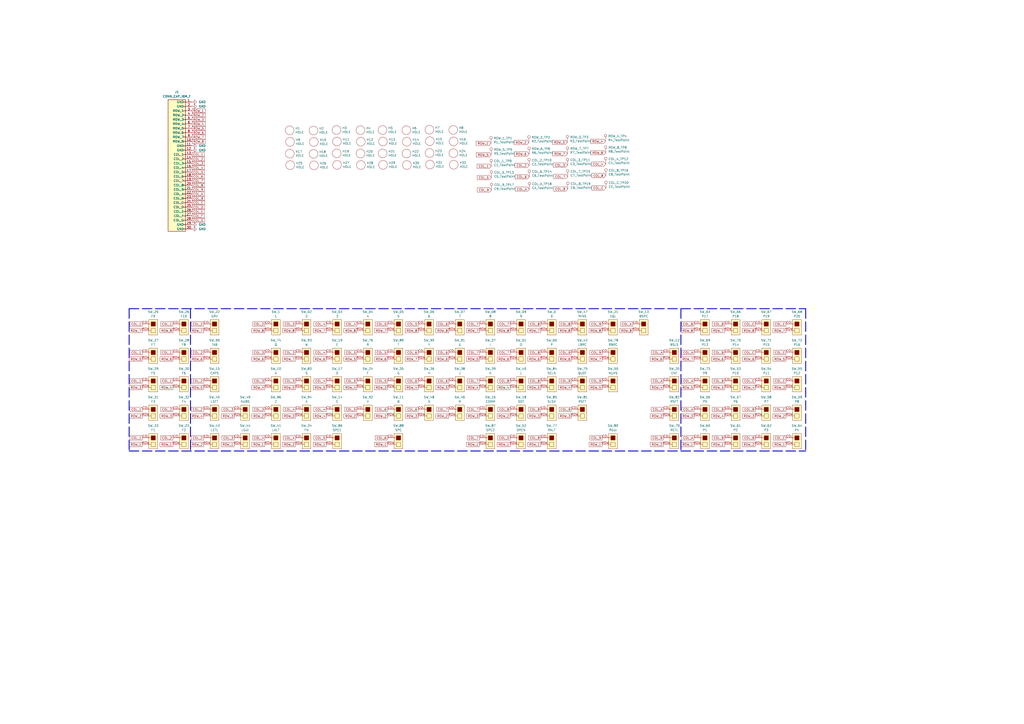
<source format=kicad_sch>
(kicad_sch (version 20210621) (generator eeschema)
  (paper "A2")
  (polyline (pts (xy 74.93 179.07) (xy 74.93 261.62)) (stroke (width 0.508) (type dash)))
  (polyline (pts (xy 74.93 179.07) (xy 467.36 179.07)) (stroke (width 0.508) (type dash)))
  (polyline (pts (xy 74.93 261.62) (xy 467.36 261.62)) (stroke (width 0.508) (type dash)))
  (polyline (pts (xy 110.49 179.07) (xy 110.49 261.62)) (stroke (width 0.508) (type dash)))
  (polyline (pts (xy 394.97 179.07) (xy 394.97 261.62)) (stroke (width 0.508) (type dash)))
  (polyline (pts (xy 467.36 179.07) (xy 467.36 261.62)) (stroke (width 0.508) (type dash)))
  (global_label "COL_1" (shape passive) (at 82.55 187.96 180) (property "Intersheet References" "${INTERSHEET_REFS}" (effects hide)))
  (global_label "ROW_7" (shape passive) (at 82.55 191.77 180) (property "Intersheet References" "${INTERSHEET_REFS}" (effects hide)))
  (global_label "COL_1" (shape passive) (at 82.55 204.47 180) (property "Intersheet References" "${INTERSHEET_REFS}" (effects hide)))
  (global_label "ROW_5" (shape passive) (at 82.55 208.28 180) (property "Intersheet References" "${INTERSHEET_REFS}" (effects hide)))
  (global_label "COL_1" (shape passive) (at 82.55 220.98 180) (property "Intersheet References" "${INTERSHEET_REFS}" (effects hide)))
  (global_label "ROW_3" (shape passive) (at 82.55 224.79 180) (property "Intersheet References" "${INTERSHEET_REFS}" (effects hide)))
  (global_label "COL_1" (shape passive) (at 82.55 237.49 180) (property "Intersheet References" "${INTERSHEET_REFS}" (effects hide)))
  (global_label "ROW_2" (shape passive) (at 82.55 241.3 180) (property "Intersheet References" "${INTERSHEET_REFS}" (effects hide)))
  (global_label "COL_1" (shape passive) (at 82.55 254 180) (property "Intersheet References" "${INTERSHEET_REFS}" (effects hide)))
  (global_label "ROW_1" (shape passive) (at 82.55 257.81 180) (property "Intersheet References" "${INTERSHEET_REFS}" (effects hide)))
  (global_label "COL_1" (shape passive) (at 100.33 187.96 180) (property "Intersheet References" "${INTERSHEET_REFS}" (effects hide)))
  (global_label "ROW_8" (shape passive) (at 100.33 191.77 180) (property "Intersheet References" "${INTERSHEET_REFS}" (effects hide)))
  (global_label "COL_1" (shape passive) (at 100.33 204.47 180) (property "Intersheet References" "${INTERSHEET_REFS}" (effects hide)))
  (global_label "ROW_6" (shape passive) (at 100.33 208.28 180) (property "Intersheet References" "${INTERSHEET_REFS}" (effects hide)))
  (global_label "COL_1" (shape passive) (at 100.33 220.98 180) (property "Intersheet References" "${INTERSHEET_REFS}" (effects hide)))
  (global_label "ROW_4" (shape passive) (at 100.33 224.79 180) (property "Intersheet References" "${INTERSHEET_REFS}" (effects hide)))
  (global_label "COL_2" (shape passive) (at 100.33 237.49 180) (property "Intersheet References" "${INTERSHEET_REFS}" (effects hide)))
  (global_label "ROW_3" (shape passive) (at 100.33 241.3 180) (property "Intersheet References" "${INTERSHEET_REFS}" (effects hide)))
  (global_label "COL_2" (shape passive) (at 100.33 254 180) (property "Intersheet References" "${INTERSHEET_REFS}" (effects hide)))
  (global_label "ROW_1" (shape passive) (at 100.33 257.81 180) (property "Intersheet References" "${INTERSHEET_REFS}" (effects hide)))
  (global_label "ROW_1" (shape passive) (at 111.4552 64.262 0) (property "Intersheet References" "${INTERSHEET_REFS}" (effects hide)))
  (global_label "ROW_2" (shape passive) (at 111.4552 66.802 0) (property "Intersheet References" "${INTERSHEET_REFS}" (effects hide)))
  (global_label "ROW_3" (shape passive) (at 111.4552 69.342 0) (property "Intersheet References" "${INTERSHEET_REFS}" (effects hide)))
  (global_label "ROW_4" (shape passive) (at 111.4552 71.882 0) (property "Intersheet References" "${INTERSHEET_REFS}" (effects hide)))
  (global_label "ROW_5" (shape passive) (at 111.4552 74.422 0) (property "Intersheet References" "${INTERSHEET_REFS}" (effects hide)))
  (global_label "ROW_6" (shape passive) (at 111.4552 76.962 0) (property "Intersheet References" "${INTERSHEET_REFS}" (effects hide)))
  (global_label "ROW_7" (shape passive) (at 111.4552 79.502 0) (property "Intersheet References" "${INTERSHEET_REFS}" (effects hide)))
  (global_label "ROW_8" (shape passive) (at 111.4552 82.042 0) (property "Intersheet References" "${INTERSHEET_REFS}" (effects hide)))
  (global_label "COL_1" (shape passive) (at 111.4552 89.662 0) (property "Intersheet References" "${INTERSHEET_REFS}" (effects hide)))
  (global_label "COL_2" (shape passive) (at 111.4552 92.202 0) (property "Intersheet References" "${INTERSHEET_REFS}" (effects hide)))
  (global_label "COL_3" (shape passive) (at 111.4552 94.742 0) (property "Intersheet References" "${INTERSHEET_REFS}" (effects hide)))
  (global_label "COL_4" (shape passive) (at 111.4552 97.282 0) (property "Intersheet References" "${INTERSHEET_REFS}" (effects hide)))
  (global_label "COL_5" (shape passive) (at 111.4552 99.822 0) (property "Intersheet References" "${INTERSHEET_REFS}" (effects hide)))
  (global_label "COL_6" (shape passive) (at 111.4552 102.362 0) (property "Intersheet References" "${INTERSHEET_REFS}" (effects hide)))
  (global_label "COL_7" (shape passive) (at 111.4552 104.902 0) (property "Intersheet References" "${INTERSHEET_REFS}" (effects hide)))
  (global_label "COL_8" (shape passive) (at 111.4552 107.442 0) (property "Intersheet References" "${INTERSHEET_REFS}" (effects hide)))
  (global_label "COL_9" (shape passive) (at 111.4552 109.982 0) (property "Intersheet References" "${INTERSHEET_REFS}" (effects hide)))
  (global_label "COL_A" (shape passive) (at 111.4552 112.522 0) (property "Intersheet References" "${INTERSHEET_REFS}" (effects hide)))
  (global_label "COL_B" (shape passive) (at 111.4552 115.062 0) (property "Intersheet References" "${INTERSHEET_REFS}" (effects hide)))
  (global_label "COL_C" (shape passive) (at 111.4552 117.602 0) (property "Intersheet References" "${INTERSHEET_REFS}" (effects hide)))
  (global_label "COL_D" (shape passive) (at 111.4552 120.142 0) (property "Intersheet References" "${INTERSHEET_REFS}" (effects hide)))
  (global_label "COL_E" (shape passive) (at 111.4552 122.682 0) (property "Intersheet References" "${INTERSHEET_REFS}" (effects hide)))
  (global_label "COL_F" (shape passive) (at 111.4552 125.222 0) (property "Intersheet References" "${INTERSHEET_REFS}" (effects hide)))
  (global_label "COL_G" (shape passive) (at 111.4552 127.762 0) (property "Intersheet References" "${INTERSHEET_REFS}" (effects hide)))
  (global_label "COL_2" (shape passive) (at 118.11 187.96 180) (property "Intersheet References" "${INTERSHEET_REFS}" (effects hide)))
  (global_label "ROW_7" (shape passive) (at 118.11 191.77 180) (property "Intersheet References" "${INTERSHEET_REFS}" (effects hide)))
  (global_label "COL_2" (shape passive) (at 118.11 204.47 180) (property "Intersheet References" "${INTERSHEET_REFS}" (effects hide)))
  (global_label "ROW_6" (shape passive) (at 118.11 208.28 180) (property "Intersheet References" "${INTERSHEET_REFS}" (effects hide)))
  (global_label "COL_2" (shape passive) (at 118.11 220.98 180) (property "Intersheet References" "${INTERSHEET_REFS}" (effects hide)))
  (global_label "ROW_5" (shape passive) (at 118.11 224.79 180) (property "Intersheet References" "${INTERSHEET_REFS}" (effects hide)))
  (global_label "COL_2" (shape passive) (at 118.11 237.49 180) (property "Intersheet References" "${INTERSHEET_REFS}" (effects hide)))
  (global_label "ROW_4" (shape passive) (at 118.11 241.3 180) (property "Intersheet References" "${INTERSHEET_REFS}" (effects hide)))
  (global_label "COL_2" (shape passive) (at 118.11 254 180) (property "Intersheet References" "${INTERSHEET_REFS}" (effects hide)))
  (global_label "ROW_2" (shape passive) (at 118.11 257.81 180) (property "Intersheet References" "${INTERSHEET_REFS}" (effects hide)))
  (global_label "COL_3" (shape passive) (at 135.89 237.49 180) (property "Intersheet References" "${INTERSHEET_REFS}" (effects hide)))
  (global_label "ROW_3" (shape passive) (at 135.89 241.3 180) (property "Intersheet References" "${INTERSHEET_REFS}" (effects hide)))
  (global_label "COL_3" (shape passive) (at 135.89 254 180) (property "Intersheet References" "${INTERSHEET_REFS}" (effects hide)))
  (global_label "ROW_1" (shape passive) (at 135.89 257.81 180) (property "Intersheet References" "${INTERSHEET_REFS}" (effects hide)))
  (global_label "COL_2" (shape passive) (at 153.67 187.96 180) (property "Intersheet References" "${INTERSHEET_REFS}" (effects hide)))
  (global_label "ROW_8" (shape passive) (at 153.67 191.77 180) (property "Intersheet References" "${INTERSHEET_REFS}" (effects hide)))
  (global_label "COL_3" (shape passive) (at 153.67 204.47 180) (property "Intersheet References" "${INTERSHEET_REFS}" (effects hide)))
  (global_label "ROW_6" (shape passive) (at 153.67 208.28 180) (property "Intersheet References" "${INTERSHEET_REFS}" (effects hide)))
  (global_label "COL_3" (shape passive) (at 153.67 220.98 180) (property "Intersheet References" "${INTERSHEET_REFS}" (effects hide)))
  (global_label "ROW_4" (shape passive) (at 153.67 224.79 180) (property "Intersheet References" "${INTERSHEET_REFS}" (effects hide)))
  (global_label "COL_3" (shape passive) (at 153.67 237.49 180) (property "Intersheet References" "${INTERSHEET_REFS}" (effects hide)))
  (global_label "ROW_2" (shape passive) (at 153.67 241.3 180) (property "Intersheet References" "${INTERSHEET_REFS}" (effects hide)))
  (global_label "COL_4" (shape passive) (at 153.67 254 180) (property "Intersheet References" "${INTERSHEET_REFS}" (effects hide)))
  (global_label "ROW_1" (shape passive) (at 153.67 257.81 180) (property "Intersheet References" "${INTERSHEET_REFS}" (effects hide)))
  (global_label "COL_3" (shape passive) (at 171.45 187.96 180) (property "Intersheet References" "${INTERSHEET_REFS}" (effects hide)))
  (global_label "ROW_8" (shape passive) (at 171.45 191.77 180) (property "Intersheet References" "${INTERSHEET_REFS}" (effects hide)))
  (global_label "COL_3" (shape passive) (at 171.45 204.47 180) (property "Intersheet References" "${INTERSHEET_REFS}" (effects hide)))
  (global_label "ROW_7" (shape passive) (at 171.45 208.28 180) (property "Intersheet References" "${INTERSHEET_REFS}" (effects hide)))
  (global_label "COL_3" (shape passive) (at 171.45 220.98 180) (property "Intersheet References" "${INTERSHEET_REFS}" (effects hide)))
  (global_label "ROW_5" (shape passive) (at 171.45 224.79 180) (property "Intersheet References" "${INTERSHEET_REFS}" (effects hide)))
  (global_label "COL_4" (shape passive) (at 171.45 237.49 180) (property "Intersheet References" "${INTERSHEET_REFS}" (effects hide)))
  (global_label "ROW_3" (shape passive) (at 171.45 241.3 180) (property "Intersheet References" "${INTERSHEET_REFS}" (effects hide)))
  (global_label "COL_4" (shape passive) (at 171.45 254 180) (property "Intersheet References" "${INTERSHEET_REFS}" (effects hide)))
  (global_label "ROW_2" (shape passive) (at 171.45 257.81 180) (property "Intersheet References" "${INTERSHEET_REFS}" (effects hide)))
  (global_label "COL_4" (shape passive) (at 189.23 187.96 180) (property "Intersheet References" "${INTERSHEET_REFS}" (effects hide)))
  (global_label "ROW_7" (shape passive) (at 189.23 191.77 180) (property "Intersheet References" "${INTERSHEET_REFS}" (effects hide)))
  (global_label "COL_4" (shape passive) (at 189.23 204.47 180) (property "Intersheet References" "${INTERSHEET_REFS}" (effects hide)))
  (global_label "ROW_6" (shape passive) (at 189.23 208.28 180) (property "Intersheet References" "${INTERSHEET_REFS}" (effects hide)))
  (global_label "COL_4" (shape passive) (at 189.23 220.98 180) (property "Intersheet References" "${INTERSHEET_REFS}" (effects hide)))
  (global_label "ROW_5" (shape passive) (at 189.23 224.79 180) (property "Intersheet References" "${INTERSHEET_REFS}" (effects hide)))
  (global_label "COL_4" (shape passive) (at 189.23 237.49 180) (property "Intersheet References" "${INTERSHEET_REFS}" (effects hide)))
  (global_label "ROW_4" (shape passive) (at 189.23 241.3 180) (property "Intersheet References" "${INTERSHEET_REFS}" (effects hide)))
  (global_label "COL_5" (shape passive) (at 189.23 254 180) (property "Intersheet References" "${INTERSHEET_REFS}" (effects hide)))
  (global_label "ROW_1" (shape passive) (at 189.23 257.81 180) (property "Intersheet References" "${INTERSHEET_REFS}" (effects hide)))
  (global_label "COL_4" (shape passive) (at 207.01 187.96 180) (property "Intersheet References" "${INTERSHEET_REFS}" (effects hide)))
  (global_label "ROW_8" (shape passive) (at 207.01 191.77 180) (property "Intersheet References" "${INTERSHEET_REFS}" (effects hide)))
  (global_label "COL_5" (shape passive) (at 207.01 204.47 180) (property "Intersheet References" "${INTERSHEET_REFS}" (effects hide)))
  (global_label "ROW_5" (shape passive) (at 207.01 208.28 180) (property "Intersheet References" "${INTERSHEET_REFS}" (effects hide)))
  (global_label "COL_5" (shape passive) (at 207.01 220.98 180) (property "Intersheet References" "${INTERSHEET_REFS}" (effects hide)))
  (global_label "ROW_4" (shape passive) (at 207.01 224.79 180) (property "Intersheet References" "${INTERSHEET_REFS}" (effects hide)))
  (global_label "COL_5" (shape passive) (at 207.01 237.49 180) (property "Intersheet References" "${INTERSHEET_REFS}" (effects hide)))
  (global_label "ROW_2" (shape passive) (at 207.01 241.3 180) (property "Intersheet References" "${INTERSHEET_REFS}" (effects hide)))
  (global_label "COL_5" (shape passive) (at 224.79 187.96 180) (property "Intersheet References" "${INTERSHEET_REFS}" (effects hide)))
  (global_label "ROW_7" (shape passive) (at 224.79 191.77 180) (property "Intersheet References" "${INTERSHEET_REFS}" (effects hide)))
  (global_label "COL_5" (shape passive) (at 224.79 204.47 180) (property "Intersheet References" "${INTERSHEET_REFS}" (effects hide)))
  (global_label "ROW_6" (shape passive) (at 224.79 208.28 180) (property "Intersheet References" "${INTERSHEET_REFS}" (effects hide)))
  (global_label "COL_5" (shape passive) (at 224.79 220.98 180) (property "Intersheet References" "${INTERSHEET_REFS}" (effects hide)))
  (global_label "ROW_3" (shape passive) (at 224.79 224.79 180) (property "Intersheet References" "${INTERSHEET_REFS}" (effects hide)))
  (global_label "COL_6" (shape passive) (at 224.79 237.49 180) (property "Intersheet References" "${INTERSHEET_REFS}" (effects hide)))
  (global_label "ROW_2" (shape passive) (at 224.79 241.3 180) (property "Intersheet References" "${INTERSHEET_REFS}" (effects hide)))
  (global_label "COL_6" (shape passive) (at 224.79 254 180) (property "Intersheet References" "${INTERSHEET_REFS}" (effects hide)))
  (global_label "ROW_1" (shape passive) (at 224.79 257.81 180) (property "Intersheet References" "${INTERSHEET_REFS}" (effects hide)))
  (global_label "COL_5" (shape passive) (at 242.57 187.96 180) (property "Intersheet References" "${INTERSHEET_REFS}" (effects hide)))
  (global_label "ROW_8" (shape passive) (at 242.57 191.77 180) (property "Intersheet References" "${INTERSHEET_REFS}" (effects hide)))
  (global_label "COL_6" (shape passive) (at 242.57 204.47 180) (property "Intersheet References" "${INTERSHEET_REFS}" (effects hide)))
  (global_label "ROW_7" (shape passive) (at 242.57 208.28 180) (property "Intersheet References" "${INTERSHEET_REFS}" (effects hide)))
  (global_label "COL_6" (shape passive) (at 242.57 220.98 180) (property "Intersheet References" "${INTERSHEET_REFS}" (effects hide)))
  (global_label "ROW_4" (shape passive) (at 242.57 224.79 180) (property "Intersheet References" "${INTERSHEET_REFS}" (effects hide)))
  (global_label "COL_6" (shape passive) (at 242.57 237.49 180) (property "Intersheet References" "${INTERSHEET_REFS}" (effects hide)))
  (global_label "ROW_3" (shape passive) (at 242.57 241.3 180) (property "Intersheet References" "${INTERSHEET_REFS}" (effects hide)))
  (global_label "COL_6" (shape passive) (at 260.35 187.96 180) (property "Intersheet References" "${INTERSHEET_REFS}" (effects hide)))
  (global_label "ROW_8" (shape passive) (at 260.35 191.77 180) (property "Intersheet References" "${INTERSHEET_REFS}" (effects hide)))
  (global_label "COL_6" (shape passive) (at 260.35 204.47 180) (property "Intersheet References" "${INTERSHEET_REFS}" (effects hide)))
  (global_label "ROW_6" (shape passive) (at 260.35 208.28 180) (property "Intersheet References" "${INTERSHEET_REFS}" (effects hide)))
  (global_label "COL_6" (shape passive) (at 260.35 220.98 180) (property "Intersheet References" "${INTERSHEET_REFS}" (effects hide)))
  (global_label "ROW_5" (shape passive) (at 260.35 224.79 180) (property "Intersheet References" "${INTERSHEET_REFS}" (effects hide)))
  (global_label "COL_7" (shape passive) (at 260.35 237.49 180) (property "Intersheet References" "${INTERSHEET_REFS}" (effects hide)))
  (global_label "ROW_2" (shape passive) (at 260.35 241.3 180) (property "Intersheet References" "${INTERSHEET_REFS}" (effects hide)))
  (global_label "COL_7" (shape passive) (at 278.13 187.96 180) (property "Intersheet References" "${INTERSHEET_REFS}" (effects hide)))
  (global_label "ROW_7" (shape passive) (at 278.13 191.77 180) (property "Intersheet References" "${INTERSHEET_REFS}" (effects hide)))
  (global_label "COL_7" (shape passive) (at 278.13 204.47 180) (property "Intersheet References" "${INTERSHEET_REFS}" (effects hide)))
  (global_label "ROW_5" (shape passive) (at 278.13 208.28 180) (property "Intersheet References" "${INTERSHEET_REFS}" (effects hide)))
  (global_label "COL_7" (shape passive) (at 278.13 220.98 180) (property "Intersheet References" "${INTERSHEET_REFS}" (effects hide)))
  (global_label "ROW_4" (shape passive) (at 278.13 224.79 180) (property "Intersheet References" "${INTERSHEET_REFS}" (effects hide)))
  (global_label "COL_7" (shape passive) (at 278.13 237.49 180) (property "Intersheet References" "${INTERSHEET_REFS}" (effects hide)))
  (global_label "ROW_3" (shape passive) (at 278.13 241.3 180) (property "Intersheet References" "${INTERSHEET_REFS}" (effects hide)))
  (global_label "COL_7" (shape passive) (at 278.13 254 180) (property "Intersheet References" "${INTERSHEET_REFS}" (effects hide)))
  (global_label "ROW_1" (shape passive) (at 278.13 257.81 180) (property "Intersheet References" "${INTERSHEET_REFS}" (effects hide)))
  (global_label "ROW_1" (shape input) (at 284.8356 83.1596 180) (property "Intersheet References" "${INTERSHEET_REFS}" (effects hide)))
  (global_label "ROW_5" (shape input) (at 284.9372 89.789 180) (property "Intersheet References" "${INTERSHEET_REFS}" (effects hide)))
  (global_label "COL_1" (shape input) (at 284.9626 96.4184 180) (property "Intersheet References" "${INTERSHEET_REFS}" (effects hide)))
  (global_label "COL_5" (shape input) (at 285.0642 103.0478 180) (property "Intersheet References" "${INTERSHEET_REFS}" (effects hide)))
  (global_label "COL_9" (shape input) (at 285.115 110.2106 180) (property "Intersheet References" "${INTERSHEET_REFS}" (effects hide)))
  (global_label "COL_7" (shape passive) (at 295.91 187.96 180) (property "Intersheet References" "${INTERSHEET_REFS}" (effects hide)))
  (global_label "ROW_8" (shape passive) (at 295.91 191.77 180) (property "Intersheet References" "${INTERSHEET_REFS}" (effects hide)))
  (global_label "COL_7" (shape passive) (at 295.91 204.47 180) (property "Intersheet References" "${INTERSHEET_REFS}" (effects hide)))
  (global_label "ROW_6" (shape passive) (at 295.91 208.28 180) (property "Intersheet References" "${INTERSHEET_REFS}" (effects hide)))
  (global_label "COL_8" (shape passive) (at 295.91 220.98 180) (property "Intersheet References" "${INTERSHEET_REFS}" (effects hide)))
  (global_label "ROW_4" (shape passive) (at 295.91 224.79 180) (property "Intersheet References" "${INTERSHEET_REFS}" (effects hide)))
  (global_label "COL_8" (shape passive) (at 295.91 237.49 180) (property "Intersheet References" "${INTERSHEET_REFS}" (effects hide)))
  (global_label "ROW_2" (shape passive) (at 295.91 241.3 180) (property "Intersheet References" "${INTERSHEET_REFS}" (effects hide)))
  (global_label "COL_D" (shape passive) (at 295.91 254 180) (property "Intersheet References" "${INTERSHEET_REFS}" (effects hide)))
  (global_label "ROW_1" (shape passive) (at 295.91 257.81 180) (property "Intersheet References" "${INTERSHEET_REFS}" (effects hide)))
  (global_label "ROW_2" (shape input) (at 306.832 82.677 180) (property "Intersheet References" "${INTERSHEET_REFS}" (effects hide)))
  (global_label "ROW_6" (shape input) (at 306.9336 89.3064 180) (property "Intersheet References" "${INTERSHEET_REFS}" (effects hide)))
  (global_label "COL_2" (shape input) (at 306.959 95.9358 180) (property "Intersheet References" "${INTERSHEET_REFS}" (effects hide)))
  (global_label "COL_6" (shape input) (at 307.0606 102.5652 180) (property "Intersheet References" "${INTERSHEET_REFS}" (effects hide)))
  (global_label "COL_A" (shape input) (at 307.1114 109.728 180) (property "Intersheet References" "${INTERSHEET_REFS}" (effects hide)))
  (global_label "COL_8" (shape passive) (at 313.69 187.96 180) (property "Intersheet References" "${INTERSHEET_REFS}" (effects hide)))
  (global_label "ROW_7" (shape passive) (at 313.69 191.77 180) (property "Intersheet References" "${INTERSHEET_REFS}" (effects hide)))
  (global_label "COL_8" (shape passive) (at 313.69 204.47 180) (property "Intersheet References" "${INTERSHEET_REFS}" (effects hide)))
  (global_label "ROW_6" (shape passive) (at 313.69 208.28 180) (property "Intersheet References" "${INTERSHEET_REFS}" (effects hide)))
  (global_label "COL_8" (shape passive) (at 313.69 220.98 180) (property "Intersheet References" "${INTERSHEET_REFS}" (effects hide)))
  (global_label "ROW_5" (shape passive) (at 313.69 224.79 180) (property "Intersheet References" "${INTERSHEET_REFS}" (effects hide)))
  (global_label "COL_8" (shape passive) (at 313.69 237.49 180) (property "Intersheet References" "${INTERSHEET_REFS}" (effects hide)))
  (global_label "ROW_3" (shape passive) (at 313.69 241.3 180) (property "Intersheet References" "${INTERSHEET_REFS}" (effects hide)))
  (global_label "COL_8" (shape passive) (at 313.69 254 180) (property "Intersheet References" "${INTERSHEET_REFS}" (effects hide)))
  (global_label "ROW_1" (shape passive) (at 313.69 257.81 180) (property "Intersheet References" "${INTERSHEET_REFS}" (effects hide)))
  (global_label "ROW_3" (shape input) (at 329.1332 82.55 180) (property "Intersheet References" "${INTERSHEET_REFS}" (effects hide)))
  (global_label "ROW_7" (shape input) (at 329.2348 89.1794 180) (property "Intersheet References" "${INTERSHEET_REFS}" (effects hide)))
  (global_label "COL_3" (shape input) (at 329.2602 95.8088 180) (property "Intersheet References" "${INTERSHEET_REFS}" (effects hide)))
  (global_label "COL_7" (shape input) (at 329.3618 102.4382 180) (property "Intersheet References" "${INTERSHEET_REFS}" (effects hide)))
  (global_label "COL_B" (shape input) (at 329.4126 109.601 180) (property "Intersheet References" "${INTERSHEET_REFS}" (effects hide)))
  (global_label "COL_8" (shape passive) (at 331.47 187.96 180) (property "Intersheet References" "${INTERSHEET_REFS}" (effects hide)))
  (global_label "ROW_8" (shape passive) (at 331.47 191.77 180) (property "Intersheet References" "${INTERSHEET_REFS}" (effects hide)))
  (global_label "COL_9" (shape passive) (at 331.47 204.47 180) (property "Intersheet References" "${INTERSHEET_REFS}" (effects hide)))
  (global_label "ROW_6" (shape passive) (at 331.47 208.28 180) (property "Intersheet References" "${INTERSHEET_REFS}" (effects hide)))
  (global_label "COL_9" (shape passive) (at 331.47 220.98 180) (property "Intersheet References" "${INTERSHEET_REFS}" (effects hide)))
  (global_label "ROW_4" (shape passive) (at 331.47 224.79 180) (property "Intersheet References" "${INTERSHEET_REFS}" (effects hide)))
  (global_label "COL_9" (shape passive) (at 331.47 237.49 180) (property "Intersheet References" "${INTERSHEET_REFS}" (effects hide)))
  (global_label "ROW_3" (shape passive) (at 331.47 241.3 180) (property "Intersheet References" "${INTERSHEET_REFS}" (effects hide)))
  (global_label "COL_9" (shape passive) (at 349.25 187.96 180) (property "Intersheet References" "${INTERSHEET_REFS}" (effects hide)))
  (global_label "ROW_8" (shape passive) (at 349.25 191.77 180) (property "Intersheet References" "${INTERSHEET_REFS}" (effects hide)))
  (global_label "COL_9" (shape passive) (at 349.25 204.47 180) (property "Intersheet References" "${INTERSHEET_REFS}" (effects hide)))
  (global_label "ROW_7" (shape passive) (at 349.25 208.28 180) (property "Intersheet References" "${INTERSHEET_REFS}" (effects hide)))
  (global_label "COL_9" (shape passive) (at 349.25 220.98 180) (property "Intersheet References" "${INTERSHEET_REFS}" (effects hide)))
  (global_label "ROW_5" (shape passive) (at 349.25 224.79 180) (property "Intersheet References" "${INTERSHEET_REFS}" (effects hide)))
  (global_label "COL_9" (shape passive) (at 349.25 254 180) (property "Intersheet References" "${INTERSHEET_REFS}" (effects hide)))
  (global_label "ROW_1" (shape passive) (at 349.25 257.81 180) (property "Intersheet References" "${INTERSHEET_REFS}" (effects hide)))
  (global_label "ROW_4" (shape input) (at 351.2566 81.9658 180) (property "Intersheet References" "${INTERSHEET_REFS}" (effects hide)))
  (global_label "ROW_8" (shape input) (at 351.3582 88.5952 180) (property "Intersheet References" "${INTERSHEET_REFS}" (effects hide)))
  (global_label "COL_4" (shape input) (at 351.3836 95.2246 180) (property "Intersheet References" "${INTERSHEET_REFS}" (effects hide)))
  (global_label "COL_8" (shape input) (at 351.4852 101.854 180) (property "Intersheet References" "${INTERSHEET_REFS}" (effects hide)))
  (global_label "COL_C" (shape input) (at 351.536 109.0168 180) (property "Intersheet References" "${INTERSHEET_REFS}" (effects hide)))
  (global_label "COL_A" (shape passive) (at 367.03 187.96 180) (property "Intersheet References" "${INTERSHEET_REFS}" (effects hide)))
  (global_label "ROW_8" (shape passive) (at 367.03 191.77 180) (property "Intersheet References" "${INTERSHEET_REFS}" (effects hide)))
  (global_label "COL_A" (shape passive) (at 384.81 204.47 180) (property "Intersheet References" "${INTERSHEET_REFS}" (effects hide)))
  (global_label "ROW_6" (shape passive) (at 384.81 208.28 180) (property "Intersheet References" "${INTERSHEET_REFS}" (effects hide)))
  (global_label "COL_A" (shape passive) (at 384.81 220.98 180) (property "Intersheet References" "${INTERSHEET_REFS}" (effects hide)))
  (global_label "ROW_4" (shape passive) (at 384.81 224.79 180) (property "Intersheet References" "${INTERSHEET_REFS}" (effects hide)))
  (global_label "COL_A" (shape passive) (at 384.81 237.49 180) (property "Intersheet References" "${INTERSHEET_REFS}" (effects hide)))
  (global_label "ROW_2" (shape passive) (at 384.81 241.3 180) (property "Intersheet References" "${INTERSHEET_REFS}" (effects hide)))
  (global_label "COL_9" (shape passive) (at 384.81 254 180) (property "Intersheet References" "${INTERSHEET_REFS}" (effects hide)))
  (global_label "ROW_2" (shape passive) (at 384.81 257.81 180) (property "Intersheet References" "${INTERSHEET_REFS}" (effects hide)))
  (global_label "COL_B" (shape passive) (at 402.59 187.96 180) (property "Intersheet References" "${INTERSHEET_REFS}" (effects hide)))
  (global_label "ROW_8" (shape passive) (at 402.59 191.77 180) (property "Intersheet References" "${INTERSHEET_REFS}" (effects hide)))
  (global_label "COL_A" (shape passive) (at 402.59 204.47 180) (property "Intersheet References" "${INTERSHEET_REFS}" (effects hide)))
  (global_label "ROW_7" (shape passive) (at 402.59 208.28 180) (property "Intersheet References" "${INTERSHEET_REFS}" (effects hide)))
  (global_label "COL_A" (shape passive) (at 402.59 220.98 180) (property "Intersheet References" "${INTERSHEET_REFS}" (effects hide)))
  (global_label "ROW_5" (shape passive) (at 402.59 224.79 180) (property "Intersheet References" "${INTERSHEET_REFS}" (effects hide)))
  (global_label "COL_A" (shape passive) (at 402.59 237.49 180) (property "Intersheet References" "${INTERSHEET_REFS}" (effects hide)))
  (global_label "ROW_3" (shape passive) (at 402.59 241.3 180) (property "Intersheet References" "${INTERSHEET_REFS}" (effects hide)))
  (global_label "COL_A" (shape passive) (at 402.59 254 180) (property "Intersheet References" "${INTERSHEET_REFS}" (effects hide)))
  (global_label "ROW_1" (shape passive) (at 402.59 257.81 180) (property "Intersheet References" "${INTERSHEET_REFS}" (effects hide)))
  (global_label "COL_B" (shape passive) (at 420.37 187.96 180) (property "Intersheet References" "${INTERSHEET_REFS}" (effects hide)))
  (global_label "ROW_7" (shape passive) (at 420.37 191.77 180) (property "Intersheet References" "${INTERSHEET_REFS}" (effects hide)))
  (global_label "COL_B" (shape passive) (at 420.37 204.47 180) (property "Intersheet References" "${INTERSHEET_REFS}" (effects hide)))
  (global_label "ROW_6" (shape passive) (at 420.37 208.28 180) (property "Intersheet References" "${INTERSHEET_REFS}" (effects hide)))
  (global_label "COL_B" (shape passive) (at 420.37 220.98 180) (property "Intersheet References" "${INTERSHEET_REFS}" (effects hide)))
  (global_label "ROW_5" (shape passive) (at 420.37 224.79 180) (property "Intersheet References" "${INTERSHEET_REFS}" (effects hide)))
  (global_label "COL_B" (shape passive) (at 420.37 237.49 180) (property "Intersheet References" "${INTERSHEET_REFS}" (effects hide)))
  (global_label "ROW_4" (shape passive) (at 420.37 241.3 180) (property "Intersheet References" "${INTERSHEET_REFS}" (effects hide)))
  (global_label "COL_B" (shape passive) (at 420.37 254 180) (property "Intersheet References" "${INTERSHEET_REFS}" (effects hide)))
  (global_label "ROW_1" (shape passive) (at 420.37 257.81 180) (property "Intersheet References" "${INTERSHEET_REFS}" (effects hide)))
  (global_label "COL_C" (shape passive) (at 438.15 187.96 180) (property "Intersheet References" "${INTERSHEET_REFS}" (effects hide)))
  (global_label "ROW_8" (shape passive) (at 438.15 191.77 180) (property "Intersheet References" "${INTERSHEET_REFS}" (effects hide)))
  (global_label "COL_C" (shape passive) (at 438.15 204.47 180) (property "Intersheet References" "${INTERSHEET_REFS}" (effects hide)))
  (global_label "ROW_6" (shape passive) (at 438.15 208.28 180) (property "Intersheet References" "${INTERSHEET_REFS}" (effects hide)))
  (global_label "COL_C" (shape passive) (at 438.15 220.98 180) (property "Intersheet References" "${INTERSHEET_REFS}" (effects hide)))
  (global_label "ROW_4" (shape passive) (at 438.15 224.79 180) (property "Intersheet References" "${INTERSHEET_REFS}" (effects hide)))
  (global_label "COL_B" (shape passive) (at 438.15 237.49 180) (property "Intersheet References" "${INTERSHEET_REFS}" (effects hide)))
  (global_label "ROW_3" (shape passive) (at 438.15 241.3 180) (property "Intersheet References" "${INTERSHEET_REFS}" (effects hide)))
  (global_label "COL_B" (shape passive) (at 438.15 254 180) (property "Intersheet References" "${INTERSHEET_REFS}" (effects hide)))
  (global_label "ROW_2" (shape passive) (at 438.15 257.81 180) (property "Intersheet References" "${INTERSHEET_REFS}" (effects hide)))
  (global_label "COL_C" (shape passive) (at 455.93 187.96 180) (property "Intersheet References" "${INTERSHEET_REFS}" (effects hide)))
  (global_label "ROW_7" (shape passive) (at 455.93 191.77 180) (property "Intersheet References" "${INTERSHEET_REFS}" (effects hide)))
  (global_label "COL_C" (shape passive) (at 455.93 204.47 180) (property "Intersheet References" "${INTERSHEET_REFS}" (effects hide)))
  (global_label "ROW_5" (shape passive) (at 455.93 208.28 180) (property "Intersheet References" "${INTERSHEET_REFS}" (effects hide)))
  (global_label "COL_C" (shape passive) (at 455.93 220.98 180) (property "Intersheet References" "${INTERSHEET_REFS}" (effects hide)))
  (global_label "ROW_3" (shape passive) (at 455.93 224.79 180) (property "Intersheet References" "${INTERSHEET_REFS}" (effects hide)))
  (global_label "COL_C" (shape passive) (at 455.93 237.49 180) (property "Intersheet References" "${INTERSHEET_REFS}" (effects hide)))
  (global_label "ROW_2" (shape passive) (at 455.93 241.3 180) (property "Intersheet References" "${INTERSHEET_REFS}" (effects hide)))
  (global_label "COL_C" (shape passive) (at 455.93 254 180) (property "Intersheet References" "${INTERSHEET_REFS}" (effects hide)))
  (global_label "ROW_1" (shape passive) (at 455.93 257.81 180) (property "Intersheet References" "${INTERSHEET_REFS}" (effects hide)))
  (symbol (lib_id "Connector:TestPoint") (at 284.8356 83.1596 0) (unit 1)
    (property "Reference" "ROW_1_TP1" (at 286.3088 80.1624 0) (effects (justify left)))
    (property "Value" "R1_TestPoint" (at 286.3088 82.4738 0) (effects (justify left)))
    (property "Footprint" "TestPoint:TestPoint_Pad_D1.0mm" (effects hide))
  )
  (symbol (lib_id "Connector:TestPoint") (at 284.9372 89.789 0) (unit 1)
    (property "Reference" "ROW_5_TP5" (at 286.4104 86.7918 0) (effects (justify left)))
    (property "Value" "R5_TestPoint" (at 286.4104 89.1032 0) (effects (justify left)))
    (property "Footprint" "TestPoint:TestPoint_Pad_D1.0mm" (effects hide))
  )
  (symbol (lib_id "Connector:TestPoint") (at 284.9626 96.4184 0) (unit 1)
    (property "Reference" "COL_1_TP9" (at 286.4358 93.4212 0) (effects (justify left)))
    (property "Value" "C1_TestPoint" (at 286.4358 95.7326 0) (effects (justify left)))
    (property "Footprint" "TestPoint:TestPoint_Pad_D1.0mm" (effects hide))
  )
  (symbol (lib_id "Connector:TestPoint") (at 285.0642 103.0478 0) (unit 1)
    (property "Reference" "COL_5_TP13" (at 286.5374 100.0506 0) (effects (justify left)))
    (property "Value" "C5_TestPoint" (at 286.5374 102.362 0) (effects (justify left)))
    (property "Footprint" "TestPoint:TestPoint_Pad_D1.0mm" (effects hide))
  )
  (symbol (lib_id "Connector:TestPoint") (at 285.115 110.2106 0) (unit 1)
    (property "Reference" "COL_9_TP17" (at 286.5882 107.2134 0) (effects (justify left)))
    (property "Value" "C9_TestPoint" (at 286.5882 109.5248 0) (effects (justify left)))
    (property "Footprint" "TestPoint:TestPoint_Pad_D1.0mm" (effects hide))
  )
  (symbol (lib_id "Connector:TestPoint") (at 306.832 82.677 0) (unit 1)
    (property "Reference" "ROW_2_TP2" (at 308.3052 79.6798 0) (effects (justify left)))
    (property "Value" "R2_TestPoint" (at 308.3052 81.9912 0) (effects (justify left)))
    (property "Footprint" "TestPoint:TestPoint_Pad_D1.0mm" (effects hide))
  )
  (symbol (lib_id "Connector:TestPoint") (at 306.9336 89.3064 0) (unit 1)
    (property "Reference" "ROW_6_TP6" (at 308.4068 86.3092 0) (effects (justify left)))
    (property "Value" "R6_TestPoint" (at 308.4068 88.6206 0) (effects (justify left)))
    (property "Footprint" "TestPoint:TestPoint_Pad_D1.0mm" (effects hide))
  )
  (symbol (lib_id "Connector:TestPoint") (at 306.959 95.9358 0) (unit 1)
    (property "Reference" "COL_2_TP10" (at 308.4322 92.9386 0) (effects (justify left)))
    (property "Value" "C2_TestPoint" (at 308.4322 95.25 0) (effects (justify left)))
    (property "Footprint" "TestPoint:TestPoint_Pad_D1.0mm" (effects hide))
  )
  (symbol (lib_id "Connector:TestPoint") (at 307.0606 102.5652 0) (unit 1)
    (property "Reference" "COL_6_TP14" (at 308.5338 99.568 0) (effects (justify left)))
    (property "Value" "C6_TestPoint" (at 308.5338 101.8794 0) (effects (justify left)))
    (property "Footprint" "TestPoint:TestPoint_Pad_D1.0mm" (effects hide))
  )
  (symbol (lib_id "Connector:TestPoint") (at 307.1114 109.728 0) (unit 1)
    (property "Reference" "COL_A_TP18" (at 308.5846 106.7308 0) (effects (justify left)))
    (property "Value" "CA_TestPoint" (at 308.5846 109.0422 0) (effects (justify left)))
    (property "Footprint" "TestPoint:TestPoint_Pad_D1.0mm" (effects hide))
  )
  (symbol (lib_id "Connector:TestPoint") (at 329.1332 82.55 0) (unit 1)
    (property "Reference" "ROW_3_TP3" (at 330.6064 79.5528 0) (effects (justify left)))
    (property "Value" "R3_TestPoint" (at 330.6064 81.8642 0) (effects (justify left)))
    (property "Footprint" "TestPoint:TestPoint_Pad_D1.0mm" (effects hide))
  )
  (symbol (lib_id "Connector:TestPoint") (at 329.2348 89.1794 0) (unit 1)
    (property "Reference" "ROW_7_TP7" (at 330.708 86.1822 0) (effects (justify left)))
    (property "Value" "R7_TestPoint" (at 330.708 88.4936 0) (effects (justify left)))
    (property "Footprint" "TestPoint:TestPoint_Pad_D1.0mm" (effects hide))
  )
  (symbol (lib_id "Connector:TestPoint") (at 329.2602 95.8088 0) (unit 1)
    (property "Reference" "COL_3_TP11" (at 330.7334 92.8116 0) (effects (justify left)))
    (property "Value" "C3_TestPoint" (at 330.7334 95.123 0) (effects (justify left)))
    (property "Footprint" "TestPoint:TestPoint_Pad_D1.0mm" (effects hide))
  )
  (symbol (lib_id "Connector:TestPoint") (at 329.3618 102.4382 0) (unit 1)
    (property "Reference" "COL_7_TP15" (at 330.835 99.441 0) (effects (justify left)))
    (property "Value" "C7_TestPoint" (at 330.835 101.7524 0) (effects (justify left)))
    (property "Footprint" "TestPoint:TestPoint_Pad_D1.0mm" (effects hide))
  )
  (symbol (lib_id "Connector:TestPoint") (at 329.4126 109.601 0) (unit 1)
    (property "Reference" "COL_B_TP19" (at 330.8858 106.6038 0) (effects (justify left)))
    (property "Value" "CB_TestPoint" (at 330.8858 108.9152 0) (effects (justify left)))
    (property "Footprint" "TestPoint:TestPoint_Pad_D1.0mm" (effects hide))
  )
  (symbol (lib_id "Connector:TestPoint") (at 351.2566 81.9658 0) (unit 1)
    (property "Reference" "ROW_4_TP4" (at 352.7298 78.9686 0) (effects (justify left)))
    (property "Value" "R4_TestPoint" (at 352.7298 81.28 0) (effects (justify left)))
    (property "Footprint" "TestPoint:TestPoint_Pad_D1.0mm" (effects hide))
  )
  (symbol (lib_id "Connector:TestPoint") (at 351.3582 88.5952 0) (unit 1)
    (property "Reference" "ROW_8_TP8" (at 352.8314 85.598 0) (effects (justify left)))
    (property "Value" "R8_TestPoint" (at 352.8314 87.9094 0) (effects (justify left)))
    (property "Footprint" "TestPoint:TestPoint_Pad_D1.0mm" (effects hide))
  )
  (symbol (lib_id "Connector:TestPoint") (at 351.3836 95.2246 0) (unit 1)
    (property "Reference" "COL_4_TP12" (at 352.8568 92.2274 0) (effects (justify left)))
    (property "Value" "C4_TestPoint" (at 352.8568 94.5388 0) (effects (justify left)))
    (property "Footprint" "TestPoint:TestPoint_Pad_D1.0mm" (effects hide))
  )
  (symbol (lib_id "Connector:TestPoint") (at 351.4852 101.854 0) (unit 1)
    (property "Reference" "COL_8_TP16" (at 352.9584 98.8568 0) (effects (justify left)))
    (property "Value" "C8_TestPoint" (at 352.9584 101.1682 0) (effects (justify left)))
    (property "Footprint" "TestPoint:TestPoint_Pad_D1.0mm" (effects hide))
  )
  (symbol (lib_id "Connector:TestPoint") (at 351.536 109.0168 0) (unit 1)
    (property "Reference" "COL_C_TP20" (at 353.0092 106.0196 0) (effects (justify left)))
    (property "Value" "CC_TestPoint" (at 353.0092 108.331 0) (effects (justify left)))
    (property "Footprint" "TestPoint:TestPoint_Pad_D1.0mm" (effects hide))
  )
  (symbol (lib_id "power:GND") (at 111.4552 59.182 90) (unit 1)
    (property "Reference" "#PWR01" (effects hide))
    (property "Value" "GND" (at 115.2652 59.182 90) (effects (justify right)))
  )
  (symbol (lib_id "power:GND") (at 111.4552 61.722 90) (unit 1)
    (property "Reference" "#PWR02" (effects hide))
    (property "Value" "GND" (at 115.2652 61.722 90) (effects (justify right)))
  )
  (symbol (lib_id "power:GND") (at 111.4552 84.582 90) (unit 1)
    (property "Reference" "#PWR03" (effects hide))
    (property "Value" "GND" (at 115.2652 84.582 90) (effects (justify right)))
  )
  (symbol (lib_id "power:GND") (at 111.4552 87.122 90) (unit 1)
    (property "Reference" "#PWR04" (effects hide))
    (property "Value" "GND" (at 115.2652 87.122 90) (effects (justify right)))
  )
  (symbol (lib_id "power:GND") (at 111.4552 130.302 90) (unit 1)
    (property "Reference" "#PWR05" (effects hide))
    (property "Value" "GND" (at 115.2652 130.302 90) (effects (justify right)))
  )
  (symbol (lib_id "power:GND") (at 111.4552 132.842 90) (unit 1)
    (property "Reference" "#PWR06" (effects hide))
    (property "Value" "GND" (at 115.2652 132.842 90) (effects (justify right)))
  )
  (symbol (lib_id "lib_sch:HOLE") (at 168.021 75.5904 0) (unit 1)
    (property "Reference" "H1" (at 171.2722 74.422 0) (effects (justify left)))
    (property "Value" "HOLE" (at 171.2722 76.7334 0) (effects (justify left)))
    (property "Footprint" "lib_fp:HOLE" (effects hide))
  )
  (symbol (lib_id "lib_sch:HOLE") (at 168.0972 89.1286 0) (unit 1)
    (property "Reference" "H17" (at 171.3484 87.9602 0) (effects (justify left)))
    (property "Value" "HOLE" (at 171.3484 90.2716 0) (effects (justify left)))
    (property "Footprint" "lib_fp:HOLE" (effects hide))
  )
  (symbol (lib_id "lib_sch:HOLE") (at 168.2496 82.2706 0) (unit 1)
    (property "Reference" "H9" (at 171.5008 81.1022 0) (effects (justify left)))
    (property "Value" "HOLE" (at 171.5008 83.4136 0) (effects (justify left)))
    (property "Footprint" "lib_fp:HOLE" (effects hide))
  )
  (symbol (lib_id "lib_sch:HOLE") (at 168.3258 95.8088 0) (unit 1)
    (property "Reference" "H25" (at 171.577 94.6404 0) (effects (justify left)))
    (property "Value" "HOLE" (at 171.577 96.9518 0) (effects (justify left)))
    (property "Footprint" "lib_fp:HOLE" (effects hide))
  )
  (symbol (lib_id "lib_sch:HOLE") (at 181.8386 75.692 0) (unit 1)
    (property "Reference" "H2" (at 185.0898 74.5236 0) (effects (justify left)))
    (property "Value" "HOLE" (at 185.0898 76.835 0) (effects (justify left)))
    (property "Footprint" "lib_fp:HOLE" (effects hide))
  )
  (symbol (lib_id "lib_sch:HOLE") (at 181.9148 89.2302 0) (unit 1)
    (property "Reference" "H18" (at 185.166 88.0618 0) (effects (justify left)))
    (property "Value" "HOLE" (at 185.166 90.3732 0) (effects (justify left)))
    (property "Footprint" "lib_fp:HOLE" (effects hide))
  )
  (symbol (lib_id "lib_sch:HOLE") (at 182.0672 82.3722 0) (unit 1)
    (property "Reference" "H10" (at 185.3184 81.2038 0) (effects (justify left)))
    (property "Value" "HOLE" (at 185.3184 83.5152 0) (effects (justify left)))
    (property "Footprint" "lib_fp:HOLE" (effects hide))
  )
  (symbol (lib_id "lib_sch:HOLE") (at 182.1434 95.9104 0) (unit 1)
    (property "Reference" "H26" (at 185.3946 94.742 0) (effects (justify left)))
    (property "Value" "HOLE" (at 185.3946 97.0534 0) (effects (justify left)))
    (property "Footprint" "lib_fp:HOLE" (effects hide))
  )
  (symbol (lib_id "lib_sch:HOLE") (at 195.2244 75.4126 0) (unit 1)
    (property "Reference" "H3" (at 198.4756 74.2442 0) (effects (justify left)))
    (property "Value" "HOLE" (at 198.4756 76.5556 0) (effects (justify left)))
    (property "Footprint" "lib_fp:HOLE" (effects hide))
  )
  (symbol (lib_id "lib_sch:HOLE") (at 195.3006 88.9508 0) (unit 1)
    (property "Reference" "H19" (at 198.5518 87.7824 0) (effects (justify left)))
    (property "Value" "HOLE" (at 198.5518 90.0938 0) (effects (justify left)))
    (property "Footprint" "lib_fp:HOLE" (effects hide))
  )
  (symbol (lib_id "lib_sch:HOLE") (at 195.453 82.0928 0) (unit 1)
    (property "Reference" "H11" (at 198.7042 80.9244 0) (effects (justify left)))
    (property "Value" "HOLE" (at 198.7042 83.2358 0) (effects (justify left)))
    (property "Footprint" "lib_fp:HOLE" (effects hide))
  )
  (symbol (lib_id "lib_sch:HOLE") (at 195.5292 95.631 0) (unit 1)
    (property "Reference" "H27" (at 198.7804 94.4626 0) (effects (justify left)))
    (property "Value" "HOLE" (at 198.7804 96.774 0) (effects (justify left)))
    (property "Footprint" "lib_fp:HOLE" (effects hide))
  )
  (symbol (lib_id "lib_sch:HOLE") (at 209.042 75.5142 0) (unit 1)
    (property "Reference" "H4" (at 212.2932 74.3458 0) (effects (justify left)))
    (property "Value" "HOLE" (at 212.2932 76.6572 0) (effects (justify left)))
    (property "Footprint" "lib_fp:HOLE" (effects hide))
  )
  (symbol (lib_id "lib_sch:HOLE") (at 209.1182 89.0524 0) (unit 1)
    (property "Reference" "H20" (at 212.3694 87.884 0) (effects (justify left)))
    (property "Value" "HOLE" (at 212.3694 90.1954 0) (effects (justify left)))
    (property "Footprint" "lib_fp:HOLE" (effects hide))
  )
  (symbol (lib_id "lib_sch:HOLE") (at 209.2706 82.1944 0) (unit 1)
    (property "Reference" "H12" (at 212.5218 81.026 0) (effects (justify left)))
    (property "Value" "HOLE" (at 212.5218 83.3374 0) (effects (justify left)))
    (property "Footprint" "lib_fp:HOLE" (effects hide))
  )
  (symbol (lib_id "lib_sch:HOLE") (at 209.3468 95.7326 0) (unit 1)
    (property "Reference" "H28" (at 212.598 94.5642 0) (effects (justify left)))
    (property "Value" "HOLE" (at 212.598 96.8756 0) (effects (justify left)))
    (property "Footprint" "lib_fp:HOLE" (effects hide))
  )
  (symbol (lib_id "lib_sch:HOLE") (at 221.8944 75.4126 0) (unit 1)
    (property "Reference" "H5" (at 225.1456 74.2442 0) (effects (justify left)))
    (property "Value" "HOLE" (at 225.1456 76.5556 0) (effects (justify left)))
    (property "Footprint" "lib_fp:HOLE" (effects hide))
  )
  (symbol (lib_id "lib_sch:HOLE") (at 221.9706 88.9508 0) (unit 1)
    (property "Reference" "H21" (at 225.2218 87.7824 0) (effects (justify left)))
    (property "Value" "HOLE" (at 225.2218 90.0938 0) (effects (justify left)))
    (property "Footprint" "lib_fp:HOLE" (effects hide))
  )
  (symbol (lib_id "lib_sch:HOLE") (at 222.123 82.0928 0) (unit 1)
    (property "Reference" "H13" (at 225.3742 80.9244 0) (effects (justify left)))
    (property "Value" "HOLE" (at 225.3742 83.2358 0) (effects (justify left)))
    (property "Footprint" "lib_fp:HOLE" (effects hide))
  )
  (symbol (lib_id "lib_sch:HOLE") (at 222.1992 95.631 0) (unit 1)
    (property "Reference" "H29" (at 225.4504 94.4626 0) (effects (justify left)))
    (property "Value" "HOLE" (at 225.4504 96.774 0) (effects (justify left)))
    (property "Footprint" "lib_fp:HOLE" (effects hide))
  )
  (symbol (lib_id "lib_sch:HOLE") (at 235.712 75.5142 0) (unit 1)
    (property "Reference" "H6" (at 238.9632 74.3458 0) (effects (justify left)))
    (property "Value" "HOLE" (at 238.9632 76.6572 0) (effects (justify left)))
    (property "Footprint" "lib_fp:HOLE" (effects hide))
  )
  (symbol (lib_id "lib_sch:HOLE") (at 235.7882 89.0524 0) (unit 1)
    (property "Reference" "H22" (at 239.0394 87.884 0) (effects (justify left)))
    (property "Value" "HOLE" (at 239.0394 90.1954 0) (effects (justify left)))
    (property "Footprint" "lib_fp:HOLE" (effects hide))
  )
  (symbol (lib_id "lib_sch:HOLE") (at 235.9406 82.1944 0) (unit 1)
    (property "Reference" "H14" (at 239.1918 81.026 0) (effects (justify left)))
    (property "Value" "HOLE" (at 239.1918 83.3374 0) (effects (justify left)))
    (property "Footprint" "lib_fp:HOLE" (effects hide))
  )
  (symbol (lib_id "lib_sch:HOLE") (at 236.0168 95.7326 0) (unit 1)
    (property "Reference" "H30" (at 239.268 94.5642 0) (effects (justify left)))
    (property "Value" "HOLE" (at 239.268 96.8756 0) (effects (justify left)))
    (property "Footprint" "lib_fp:HOLE" (effects hide))
  )
  (symbol (lib_id "lib_sch:HOLE") (at 249.0978 75.2348 0) (unit 1)
    (property "Reference" "H7" (at 252.349 74.0664 0) (effects (justify left)))
    (property "Value" "HOLE" (at 252.349 76.3778 0) (effects (justify left)))
    (property "Footprint" "lib_fp:HOLE" (effects hide))
  )
  (symbol (lib_id "lib_sch:HOLE") (at 249.174 88.773 0) (unit 1)
    (property "Reference" "H23" (at 252.4252 87.6046 0) (effects (justify left)))
    (property "Value" "HOLE" (at 252.4252 89.916 0) (effects (justify left)))
    (property "Footprint" "lib_fp:HOLE" (effects hide))
  )
  (symbol (lib_id "lib_sch:HOLE") (at 249.3264 81.915 0) (unit 1)
    (property "Reference" "H15" (at 252.5776 80.7466 0) (effects (justify left)))
    (property "Value" "HOLE" (at 252.5776 83.058 0) (effects (justify left)))
    (property "Footprint" "lib_fp:HOLE" (effects hide))
  )
  (symbol (lib_id "lib_sch:HOLE") (at 249.4026 95.4532 0) (unit 1)
    (property "Reference" "H31" (at 252.6538 94.2848 0) (effects (justify left)))
    (property "Value" "HOLE" (at 252.6538 96.5962 0) (effects (justify left)))
    (property "Footprint" "lib_fp:HOLE" (effects hide))
  )
  (symbol (lib_id "lib_sch:HOLE") (at 262.9154 75.3364 0) (unit 1)
    (property "Reference" "H8" (at 266.1666 74.168 0) (effects (justify left)))
    (property "Value" "HOLE" (at 266.1666 76.4794 0) (effects (justify left)))
    (property "Footprint" "lib_fp:HOLE" (effects hide))
  )
  (symbol (lib_id "lib_sch:HOLE") (at 262.9916 88.8746 0) (unit 1)
    (property "Reference" "H24" (at 266.2428 87.7062 0) (effects (justify left)))
    (property "Value" "HOLE" (at 266.2428 90.0176 0) (effects (justify left)))
    (property "Footprint" "lib_fp:HOLE" (effects hide))
  )
  (symbol (lib_id "lib_sch:HOLE") (at 263.144 82.0166 0) (unit 1)
    (property "Reference" "H16" (at 266.3952 80.8482 0) (effects (justify left)))
    (property "Value" "HOLE" (at 266.3952 83.1596 0) (effects (justify left)))
    (property "Footprint" "lib_fp:HOLE" (effects hide))
  )
  (symbol (lib_id "lib_sch:HOLE") (at 263.2202 95.5548 0) (unit 1)
    (property "Reference" "H32" (at 266.4714 94.3864 0) (effects (justify left)))
    (property "Value" "HOLE" (at 266.4714 96.6978 0) (effects (justify left)))
    (property "Footprint" "lib_fp:HOLE" (effects hide))
  )
  (symbol (lib_id "lib_sch:CAL_CAP_IBM_F") (at 302.26 254 0) (unit 1)
    (property "Reference" "SW_52" (at 302.26 247.65 0) (effects (justify bottom)))
    (property "Value" "OPEN" (at 302.26 250.19 0) (effects (justify bottom)))
    (property "Footprint" "lib_fp:CAL_CAP_IBM_F" (effects hide))
  )
  (symbol (lib_id "lib_sch:SW_CAP_IBM_F") (at 88.9 187.96 0) (unit 1)
    (property "Reference" "SW_25" (at 88.9 181.61 0) (effects (justify bottom)))
    (property "Value" "F9" (at 88.9 184.15 0) (effects (justify bottom)))
    (property "Footprint" "lib_fp:SW_CAP_IBM_F" (effects hide))
  )
  (symbol (lib_id "lib_sch:SW_CAP_IBM_F") (at 88.9 204.47 0) (unit 1)
    (property "Reference" "SW_27" (at 88.9 198.12 0) (effects (justify bottom)))
    (property "Value" "F7" (at 88.9 200.66 0) (effects (justify bottom)))
    (property "Footprint" "lib_fp:SW_CAP_IBM_F" (effects hide))
  )
  (symbol (lib_id "lib_sch:SW_CAP_IBM_F") (at 88.9 220.98 0) (unit 1)
    (property "Reference" "SW_29" (at 88.9 214.63 0) (effects (justify bottom)))
    (property "Value" "F5" (at 88.9 217.17 0) (effects (justify bottom)))
    (property "Footprint" "lib_fp:SW_CAP_IBM_F" (effects hide))
  )
  (symbol (lib_id "lib_sch:SW_CAP_IBM_F") (at 88.9 237.49 0) (unit 1)
    (property "Reference" "SW_31" (at 88.9 231.14 0) (effects (justify bottom)))
    (property "Value" "F3" (at 88.9 233.68 0) (effects (justify bottom)))
    (property "Footprint" "lib_fp:SW_CAP_IBM_F" (effects hide))
  )
  (symbol (lib_id "lib_sch:SW_CAP_IBM_F") (at 88.9 254 0) (unit 1)
    (property "Reference" "SW_33" (at 88.9 247.65 0) (effects (justify bottom)))
    (property "Value" "F1" (at 88.9 250.19 0) (effects (justify bottom)))
    (property "Footprint" "lib_fp:SW_CAP_IBM_F" (effects hide))
  )
  (symbol (lib_id "lib_sch:SW_CAP_IBM_F") (at 106.68 187.96 0) (unit 1)
    (property "Reference" "SW_26" (at 106.68 181.61 0) (effects (justify bottom)))
    (property "Value" "F10" (at 106.68 184.15 0) (effects (justify bottom)))
    (property "Footprint" "lib_fp:SW_CAP_IBM_F_ALT" (effects hide))
  )
  (symbol (lib_id "lib_sch:SW_CAP_IBM_F") (at 106.68 204.47 0) (unit 1)
    (property "Reference" "SW_28" (at 106.68 198.12 0) (effects (justify bottom)))
    (property "Value" "F8" (at 106.68 200.66 0) (effects (justify bottom)))
    (property "Footprint" "lib_fp:SW_CAP_IBM_F_ALT" (effects hide))
  )
  (symbol (lib_id "lib_sch:SW_CAP_IBM_F") (at 106.68 220.98 0) (unit 1)
    (property "Reference" "SW_30" (at 106.68 214.63 0) (effects (justify bottom)))
    (property "Value" "F6" (at 106.68 217.17 0) (effects (justify bottom)))
    (property "Footprint" "lib_fp:SW_CAP_IBM_F_ALT" (effects hide))
  )
  (symbol (lib_id "lib_sch:SW_CAP_IBM_F") (at 106.68 237.49 0) (unit 1)
    (property "Reference" "SW_32" (at 106.68 231.14 0) (effects (justify bottom)))
    (property "Value" "F4" (at 106.68 233.68 0) (effects (justify bottom)))
    (property "Footprint" "lib_fp:SW_CAP_IBM_F" (effects hide))
  )
  (symbol (lib_id "lib_sch:SW_CAP_IBM_F") (at 106.68 254 0) (unit 1)
    (property "Reference" "SW_23" (at 106.68 247.65 0) (effects (justify bottom)))
    (property "Value" "F2" (at 106.68 250.19 0) (effects (justify bottom)))
    (property "Footprint" "lib_fp:SW_CAP_IBM_F" (effects hide))
  )
  (symbol (lib_id "lib_sch:SW_CAP_IBM_F") (at 124.46 187.96 0) (unit 1)
    (property "Reference" "SW_22" (at 124.46 181.61 0) (effects (justify bottom)))
    (property "Value" "GRV" (at 124.46 184.15 0) (effects (justify bottom)))
    (property "Footprint" "lib_fp:SW_CAP_IBM_F" (effects hide))
  )
  (symbol (lib_id "lib_sch:SW_CAP_IBM_F") (at 124.46 204.47 0) (unit 1)
    (property "Reference" "SW_90" (at 124.46 198.12 0) (effects (justify bottom)))
    (property "Value" "TAB" (at 124.46 200.66 0) (effects (justify bottom)))
    (property "Footprint" "lib_fp:SW_CAP_IBM_F_ALT" (effects hide))
  )
  (symbol (lib_id "lib_sch:SW_CAP_IBM_F") (at 124.46 220.98 0) (unit 1)
    (property "Reference" "SW_15" (at 124.46 214.63 0) (effects (justify bottom)))
    (property "Value" "CAPS" (at 124.46 217.17 0) (effects (justify bottom)))
    (property "Footprint" "lib_fp:SW_CAP_IBM_F_ALT" (effects hide))
  )
  (symbol (lib_id "lib_sch:SW_CAP_IBM_F") (at 124.46 237.49 0) (unit 1)
    (property "Reference" "SW_45" (at 124.46 231.14 0) (effects (justify bottom)))
    (property "Value" "LSFT" (at 124.46 233.68 0) (effects (justify bottom)))
    (property "Footprint" "lib_fp:SW_CAP_IBM_F_ALT" (effects hide))
  )
  (symbol (lib_id "lib_sch:SW_CAP_IBM_F") (at 124.46 254 0) (unit 1)
    (property "Reference" "SW_43" (at 124.46 247.65 0) (effects (justify bottom)))
    (property "Value" "LCTL" (at 124.46 250.19 0) (effects (justify bottom)))
    (property "Footprint" "lib_fp:SW_CAP_IBM_F_ALT" (effects hide))
  )
  (symbol (lib_id "lib_sch:SW_CAP_IBM_F") (at 142.24 237.49 0) (unit 1)
    (property "Reference" "SW_49" (at 142.24 231.14 0) (effects (justify bottom)))
    (property "Value" "NUBS" (at 142.24 233.68 0) (effects (justify bottom)))
    (property "Footprint" "lib_fp:SW_CAP_IBM_F" (effects hide))
  )
  (symbol (lib_id "lib_sch:SW_CAP_IBM_F") (at 142.24 254 0) (unit 1)
    (property "Reference" "SW_44" (at 142.24 247.65 0) (effects (justify bottom)))
    (property "Value" "LGUI" (at 142.24 250.19 0) (effects (justify bottom)))
    (property "Footprint" "lib_fp:SW_CAP_IBM_F" (effects hide))
  )
  (symbol (lib_id "lib_sch:SW_CAP_IBM_F") (at 160.02 187.96 0) (unit 1)
    (property "Reference" "SW_1" (at 160.02 181.61 0) (effects (justify bottom)))
    (property "Value" "1" (at 160.02 184.15 0) (effects (justify bottom)))
    (property "Footprint" "lib_fp:SW_CAP_IBM_F_ALT" (effects hide))
  )
  (symbol (lib_id "lib_sch:SW_CAP_IBM_F") (at 160.02 204.47 0) (unit 1)
    (property "Reference" "SW_74" (at 160.02 198.12 0) (effects (justify bottom)))
    (property "Value" "Q" (at 160.02 200.66 0) (effects (justify bottom)))
    (property "Footprint" "lib_fp:SW_CAP_IBM_F" (effects hide))
  )
  (symbol (lib_id "lib_sch:SW_CAP_IBM_F") (at 160.02 220.98 0) (unit 1)
    (property "Reference" "SW_10" (at 160.02 214.63 0) (effects (justify bottom)))
    (property "Value" "A" (at 160.02 217.17 0) (effects (justify bottom)))
    (property "Footprint" "lib_fp:SW_CAP_IBM_F" (effects hide))
  )
  (symbol (lib_id "lib_sch:SW_CAP_IBM_F") (at 160.02 237.49 0) (unit 1)
    (property "Reference" "SW_96" (at 160.02 231.14 0) (effects (justify bottom)))
    (property "Value" "Z" (at 160.02 233.68 0) (effects (justify bottom)))
    (property "Footprint" "lib_fp:SW_CAP_IBM_F_ALT" (effects hide))
  )
  (symbol (lib_id "lib_sch:SW_CAP_IBM_F") (at 160.02 254 0) (unit 1)
    (property "Reference" "SW_41" (at 160.02 247.65 0) (effects (justify bottom)))
    (property "Value" "LALT" (at 160.02 250.19 0) (effects (justify bottom)))
    (property "Footprint" "lib_fp:SW_CAP_IBM_F" (effects hide))
  )
  (symbol (lib_id "lib_sch:SW_CAP_IBM_F") (at 177.8 187.96 0) (unit 1)
    (property "Reference" "SW_02" (at 177.8 181.61 0) (effects (justify bottom)))
    (property "Value" "2" (at 177.8 184.15 0) (effects (justify bottom)))
    (property "Footprint" "lib_fp:SW_CAP_IBM_F_ALT" (effects hide))
  )
  (symbol (lib_id "lib_sch:SW_CAP_IBM_F") (at 177.8 204.47 0) (unit 1)
    (property "Reference" "SW_93" (at 177.8 198.12 0) (effects (justify bottom)))
    (property "Value" "W" (at 177.8 200.66 0) (effects (justify bottom)))
    (property "Footprint" "lib_fp:SW_CAP_IBM_F_ALT" (effects hide))
  )
  (symbol (lib_id "lib_sch:SW_CAP_IBM_F") (at 177.8 220.98 0) (unit 1)
    (property "Reference" "SW_83" (at 177.8 214.63 0) (effects (justify bottom)))
    (property "Value" "S" (at 177.8 217.17 0) (effects (justify bottom)))
    (property "Footprint" "lib_fp:SW_CAP_IBM_F_ALT" (effects hide))
  )
  (symbol (lib_id "lib_sch:SW_CAP_IBM_F") (at 177.8 237.49 0) (unit 1)
    (property "Reference" "SW_94" (at 177.8 231.14 0) (effects (justify bottom)))
    (property "Value" "X" (at 177.8 233.68 0) (effects (justify bottom)))
    (property "Footprint" "lib_fp:SW_CAP_IBM_F" (effects hide))
  )
  (symbol (lib_id "lib_sch:SW_CAP_IBM_F") (at 177.8 254 0) (unit 1)
    (property "Reference" "SW_34" (at 177.8 247.65 0) (effects (justify bottom)))
    (property "Value" "FN" (at 177.8 250.19 0) (effects (justify bottom)))
    (property "Footprint" "lib_fp:SW_CAP_IBM_F_ALT" (effects hide))
  )
  (symbol (lib_id "lib_sch:SW_CAP_IBM_F") (at 195.58 187.96 0) (unit 1)
    (property "Reference" "SW_03" (at 195.58 181.61 0) (effects (justify bottom)))
    (property "Value" "3" (at 195.58 184.15 0) (effects (justify bottom)))
    (property "Footprint" "lib_fp:SW_CAP_IBM_F" (effects hide))
  )
  (symbol (lib_id "lib_sch:SW_CAP_IBM_F") (at 195.58 204.47 0) (unit 1)
    (property "Reference" "SW_19" (at 195.58 198.12 0) (effects (justify bottom)))
    (property "Value" "E" (at 195.58 200.66 0) (effects (justify bottom)))
    (property "Footprint" "lib_fp:SW_CAP_IBM_F" (effects hide))
  )
  (symbol (lib_id "lib_sch:SW_CAP_IBM_F") (at 195.58 220.98 0) (unit 1)
    (property "Reference" "SW_17" (at 195.58 214.63 0) (effects (justify bottom)))
    (property "Value" "D" (at 195.58 217.17 0) (effects (justify bottom)))
    (property "Footprint" "lib_fp:SW_CAP_IBM_F_ALT" (effects hide))
  )
  (symbol (lib_id "lib_sch:SW_CAP_IBM_F") (at 195.58 237.49 0) (unit 1)
    (property "Reference" "SW_14" (at 195.58 231.14 0) (effects (justify bottom)))
    (property "Value" "C" (at 195.58 233.68 0) (effects (justify bottom)))
    (property "Footprint" "lib_fp:SW_CAP_IBM_F_ALT" (effects hide))
  )
  (symbol (lib_id "lib_sch:SW_CAP_IBM_F") (at 195.58 254 0) (unit 1)
    (property "Reference" "SW_86" (at 195.58 247.65 0) (effects (justify bottom)))
    (property "Value" "SPC1" (at 195.58 250.19 0) (effects (justify bottom)))
    (property "Footprint" "lib_fp:SW_CAP_IBM_F_ALT" (effects hide))
  )
  (symbol (lib_id "lib_sch:SW_CAP_IBM_F") (at 213.36 187.96 0) (unit 1)
    (property "Reference" "SW_04" (at 213.36 181.61 0) (effects (justify bottom)))
    (property "Value" "4" (at 213.36 184.15 0) (effects (justify bottom)))
    (property "Footprint" "lib_fp:SW_CAP_IBM_F_ALT" (effects hide))
  )
  (symbol (lib_id "lib_sch:SW_CAP_IBM_F") (at 213.36 204.47 0) (unit 1)
    (property "Reference" "SW_76" (at 213.36 198.12 0) (effects (justify bottom)))
    (property "Value" "R" (at 213.36 200.66 0) (effects (justify bottom)))
    (property "Footprint" "lib_fp:SW_CAP_IBM_F" (effects hide))
  )
  (symbol (lib_id "lib_sch:SW_CAP_IBM_F") (at 213.36 220.98 0) (unit 1)
    (property "Reference" "SW_24" (at 213.36 214.63 0) (effects (justify bottom)))
    (property "Value" "F" (at 213.36 217.17 0) (effects (justify bottom)))
    (property "Footprint" "lib_fp:SW_CAP_IBM_F" (effects hide))
  )
  (symbol (lib_id "lib_sch:SW_CAP_IBM_F") (at 213.36 237.49 0) (unit 1)
    (property "Reference" "SW_92" (at 213.36 231.14 0) (effects (justify bottom)))
    (property "Value" "V" (at 213.36 233.68 0) (effects (justify bottom)))
    (property "Footprint" "lib_fp:SW_CAP_IBM_F" (effects hide))
  )
  (symbol (lib_id "lib_sch:SW_CAP_IBM_F") (at 231.14 187.96 0) (unit 1)
    (property "Reference" "SW_05" (at 231.14 181.61 0) (effects (justify bottom)))
    (property "Value" "5" (at 231.14 184.15 0) (effects (justify bottom)))
    (property "Footprint" "lib_fp:SW_CAP_IBM_F" (effects hide))
  )
  (symbol (lib_id "lib_sch:SW_CAP_IBM_F") (at 231.14 204.47 0) (unit 1)
    (property "Reference" "SW_89" (at 231.14 198.12 0) (effects (justify bottom)))
    (property "Value" "T" (at 231.14 200.66 0) (effects (justify bottom)))
    (property "Footprint" "lib_fp:SW_CAP_IBM_F_ALT" (effects hide))
  )
  (symbol (lib_id "lib_sch:SW_CAP_IBM_F") (at 231.14 220.98 0) (unit 1)
    (property "Reference" "SW_35" (at 231.14 214.63 0) (effects (justify bottom)))
    (property "Value" "G" (at 231.14 217.17 0) (effects (justify bottom)))
    (property "Footprint" "lib_fp:SW_CAP_IBM_F_ALT" (effects hide))
  )
  (symbol (lib_id "lib_sch:SW_CAP_IBM_F") (at 231.14 237.49 0) (unit 1)
    (property "Reference" "SW_11" (at 231.14 231.14 0) (effects (justify bottom)))
    (property "Value" "B" (at 231.14 233.68 0) (effects (justify bottom)))
    (property "Footprint" "lib_fp:SW_CAP_IBM_F" (effects hide))
  )
  (symbol (lib_id "lib_sch:SW_CAP_IBM_F") (at 231.14 254 0) (unit 1)
    (property "Reference" "SW_88" (at 231.14 247.65 0) (effects (justify bottom)))
    (property "Value" "SPC" (at 231.14 250.19 0) (effects (justify bottom)))
    (property "Footprint" "lib_fp:SW_CAP_IBM_F_ALT" (effects hide))
  )
  (symbol (lib_id "lib_sch:SW_CAP_IBM_F") (at 248.92 187.96 0) (unit 1)
    (property "Reference" "SW_06" (at 248.92 181.61 0) (effects (justify bottom)))
    (property "Value" "6" (at 248.92 184.15 0) (effects (justify bottom)))
    (property "Footprint" "lib_fp:SW_CAP_IBM_F_ALT" (effects hide))
  )
  (symbol (lib_id "lib_sch:SW_CAP_IBM_F") (at 248.92 204.47 0) (unit 1)
    (property "Reference" "SW_95" (at 248.92 198.12 0) (effects (justify bottom)))
    (property "Value" "Y" (at 248.92 200.66 0) (effects (justify bottom)))
    (property "Footprint" "lib_fp:SW_CAP_IBM_F" (effects hide))
  )
  (symbol (lib_id "lib_sch:SW_CAP_IBM_F") (at 248.92 220.98 0) (unit 1)
    (property "Reference" "SW_36" (at 248.92 214.63 0) (effects (justify bottom)))
    (property "Value" "H" (at 248.92 217.17 0) (effects (justify bottom)))
    (property "Footprint" "lib_fp:SW_CAP_IBM_F" (effects hide))
  )
  (symbol (lib_id "lib_sch:SW_CAP_IBM_F") (at 248.92 237.49 0) (unit 1)
    (property "Reference" "SW_48" (at 248.92 231.14 0) (effects (justify bottom)))
    (property "Value" "N" (at 248.92 233.68 0) (effects (justify bottom)))
    (property "Footprint" "lib_fp:SW_CAP_IBM_F_ALT" (effects hide))
  )
  (symbol (lib_id "lib_sch:SW_CAP_IBM_F") (at 266.7 187.96 0) (unit 1)
    (property "Reference" "SW_07" (at 266.7 181.61 0) (effects (justify bottom)))
    (property "Value" "7" (at 266.7 184.15 0) (effects (justify bottom)))
    (property "Footprint" "lib_fp:SW_CAP_IBM_F" (effects hide))
  )
  (symbol (lib_id "lib_sch:SW_CAP_IBM_F") (at 266.7 204.47 0) (unit 1)
    (property "Reference" "SW_91" (at 266.7 198.12 0) (effects (justify bottom)))
    (property "Value" "U" (at 266.7 200.66 0) (effects (justify bottom)))
    (property "Footprint" "lib_fp:SW_CAP_IBM_F_ALT" (effects hide))
  )
  (symbol (lib_id "lib_sch:SW_CAP_IBM_F") (at 266.7 220.98 0) (unit 1)
    (property "Reference" "SW_38" (at 266.7 214.63 0) (effects (justify bottom)))
    (property "Value" "J" (at 266.7 217.17 0) (effects (justify bottom)))
    (property "Footprint" "lib_fp:SW_CAP_IBM_F_ALT" (effects hide))
  )
  (symbol (lib_id "lib_sch:SW_CAP_IBM_F") (at 266.7 237.49 0) (unit 1)
    (property "Reference" "SW_46" (at 266.7 231.14 0) (effects (justify bottom)))
    (property "Value" "M" (at 266.7 233.68 0) (effects (justify bottom)))
    (property "Footprint" "lib_fp:SW_CAP_IBM_F" (effects hide))
  )
  (symbol (lib_id "lib_sch:SW_CAP_IBM_F") (at 284.48 187.96 0) (unit 1)
    (property "Reference" "SW_08" (at 284.48 181.61 0) (effects (justify bottom)))
    (property "Value" "8" (at 284.48 184.15 0) (effects (justify bottom)))
    (property "Footprint" "lib_fp:SW_CAP_IBM_F" (effects hide))
  )
  (symbol (lib_id "lib_sch:SW_CAP_IBM_F") (at 284.48 204.47 0) (unit 1)
    (property "Reference" "SW_37" (at 284.48 198.12 0) (effects (justify bottom)))
    (property "Value" "I" (at 284.48 200.66 0) (effects (justify bottom)))
    (property "Footprint" "lib_fp:SW_CAP_IBM_F" (effects hide))
  )
  (symbol (lib_id "lib_sch:SW_CAP_IBM_F") (at 284.48 220.98 0) (unit 1)
    (property "Reference" "SW_39" (at 284.48 214.63 0) (effects (justify bottom)))
    (property "Value" "K" (at 284.48 217.17 0) (effects (justify bottom)))
    (property "Footprint" "lib_fp:SW_CAP_IBM_F" (effects hide))
  )
  (symbol (lib_id "lib_sch:SW_CAP_IBM_F") (at 284.48 237.49 0) (unit 1)
    (property "Reference" "SW_16" (at 284.48 231.14 0) (effects (justify bottom)))
    (property "Value" "COMM" (at 284.48 233.68 0) (effects (justify bottom)))
    (property "Footprint" "lib_fp:SW_CAP_IBM_F_ALT" (effects hide))
  )
  (symbol (lib_id "lib_sch:SW_CAP_IBM_F") (at 284.48 254 0) (unit 1)
    (property "Reference" "SW_87" (at 284.48 247.65 0) (effects (justify bottom)))
    (property "Value" "SPC2" (at 284.48 250.19 0) (effects (justify bottom)))
    (property "Footprint" "lib_fp:SW_CAP_IBM_F" (effects hide))
  )
  (symbol (lib_id "lib_sch:SW_CAP_IBM_F") (at 302.26 187.96 0) (unit 1)
    (property "Reference" "SW_09" (at 302.26 181.61 0) (effects (justify bottom)))
    (property "Value" "9" (at 302.26 184.15 0) (effects (justify bottom)))
    (property "Footprint" "lib_fp:SW_CAP_IBM_F_ALT" (effects hide))
  )
  (symbol (lib_id "lib_sch:SW_CAP_IBM_F") (at 302.26 204.47 0) (unit 1)
    (property "Reference" "SW_51" (at 302.26 198.12 0) (effects (justify bottom)))
    (property "Value" "O" (at 302.26 200.66 0) (effects (justify bottom)))
    (property "Footprint" "lib_fp:SW_CAP_IBM_F_ALT" (effects hide))
  )
  (symbol (lib_id "lib_sch:SW_CAP_IBM_F") (at 302.26 220.98 0) (unit 1)
    (property "Reference" "SW_40" (at 302.26 214.63 0) (effects (justify bottom)))
    (property "Value" "L" (at 302.26 217.17 0) (effects (justify bottom)))
    (property "Footprint" "lib_fp:SW_CAP_IBM_F" (effects hide))
  )
  (symbol (lib_id "lib_sch:SW_CAP_IBM_F") (at 302.26 237.49 0) (unit 1)
    (property "Reference" "SW_18" (at 302.26 231.14 0) (effects (justify bottom)))
    (property "Value" "DOT" (at 302.26 233.68 0) (effects (justify bottom)))
    (property "Footprint" "lib_fp:SW_CAP_IBM_F" (effects hide))
  )
  (symbol (lib_id "lib_sch:SW_CAP_IBM_F") (at 320.04 187.96 0) (unit 1)
    (property "Reference" "SW_0" (at 320.04 181.61 0) (effects (justify bottom)))
    (property "Value" "0" (at 320.04 184.15 0) (effects (justify bottom)))
    (property "Footprint" "lib_fp:SW_CAP_IBM_F" (effects hide))
  )
  (symbol (lib_id "lib_sch:SW_CAP_IBM_F") (at 320.04 204.47 0) (unit 1)
    (property "Reference" "SW_65" (at 320.04 198.12 0) (effects (justify bottom)))
    (property "Value" "P" (at 320.04 200.66 0) (effects (justify bottom)))
    (property "Footprint" "lib_fp:SW_CAP_IBM_F_ALT" (effects hide))
  )
  (symbol (lib_id "lib_sch:SW_CAP_IBM_F") (at 320.04 220.98 0) (unit 1)
    (property "Reference" "SW_84" (at 320.04 214.63 0) (effects (justify bottom)))
    (property "Value" "SCLN" (at 320.04 217.17 0) (effects (justify bottom)))
    (property "Footprint" "lib_fp:SW_CAP_IBM_F_ALT" (effects hide))
  )
  (symbol (lib_id "lib_sch:SW_CAP_IBM_F") (at 320.04 237.49 0) (unit 1)
    (property "Reference" "SW_85" (at 320.04 231.14 0) (effects (justify bottom)))
    (property "Value" "SLSH" (at 320.04 233.68 0) (effects (justify bottom)))
    (property "Footprint" "lib_fp:SW_CAP_IBM_F_ALT" (effects hide))
  )
  (symbol (lib_id "lib_sch:SW_CAP_IBM_F") (at 320.04 254 0) (unit 1)
    (property "Reference" "SW_77" (at 320.04 247.65 0) (effects (justify bottom)))
    (property "Value" "RALT" (at 320.04 250.19 0) (effects (justify bottom)))
    (property "Footprint" "lib_fp:SW_CAP_IBM_F_ALT" (effects hide))
  )
  (symbol (lib_id "lib_sch:SW_CAP_IBM_F") (at 337.82 187.96 0) (unit 1)
    (property "Reference" "SW_47" (at 337.82 181.61 0) (effects (justify bottom)))
    (property "Value" "MINS" (at 337.82 184.15 0) (effects (justify bottom)))
    (property "Footprint" "lib_fp:SW_CAP_IBM_F_ALT" (effects hide))
  )
  (symbol (lib_id "lib_sch:SW_CAP_IBM_F") (at 337.82 204.47 0) (unit 1)
    (property "Reference" "SW_42" (at 337.82 198.12 0) (effects (justify bottom)))
    (property "Value" "LBRC" (at 337.82 200.66 0) (effects (justify bottom)))
    (property "Footprint" "lib_fp:SW_CAP_IBM_F" (effects hide))
  )
  (symbol (lib_id "lib_sch:SW_CAP_IBM_F") (at 337.82 220.98 0) (unit 1)
    (property "Reference" "SW_75" (at 337.82 214.63 0) (effects (justify bottom)))
    (property "Value" "QUOT" (at 337.82 217.17 0) (effects (justify bottom)))
    (property "Footprint" "lib_fp:SW_CAP_IBM_F" (effects hide))
  )
  (symbol (lib_id "lib_sch:SW_CAP_IBM_F") (at 337.82 237.49 0) (unit 1)
    (property "Reference" "SW_81" (at 337.82 231.14 0) (effects (justify bottom)))
    (property "Value" "RSFT" (at 337.82 233.68 0) (effects (justify bottom)))
    (property "Footprint" "lib_fp:SW_CAP_IBM_F" (effects hide))
  )
  (symbol (lib_id "lib_sch:SW_CAP_IBM_F") (at 355.6 187.96 0) (unit 1)
    (property "Reference" "SW_21" (at 355.6 181.61 0) (effects (justify bottom)))
    (property "Value" "EQL" (at 355.6 184.15 0) (effects (justify bottom)))
    (property "Footprint" "lib_fp:SW_CAP_IBM_F" (effects hide))
  )
  (symbol (lib_id "lib_sch:SW_CAP_IBM_F") (at 355.6 204.47 0) (unit 1)
    (property "Reference" "SW_78" (at 355.6 198.12 0) (effects (justify bottom)))
    (property "Value" "RBRC" (at 355.6 200.66 0) (effects (justify bottom)))
    (property "Footprint" "lib_fp:SW_CAP_IBM_F_ALT" (effects hide))
  )
  (symbol (lib_id "lib_sch:SW_CAP_IBM_F") (at 355.6 220.98 0) (unit 1)
    (property "Reference" "SW_50" (at 355.6 214.63 0) (effects (justify bottom)))
    (property "Value" "NUHS" (at 355.6 217.17 0) (effects (justify bottom)))
    (property "Footprint" "lib_fp:SW_CAP_IBM_F_ALT" (effects hide))
  )
  (symbol (lib_id "lib_sch:SW_CAP_IBM_F") (at 355.6 254 0) (unit 1)
    (property "Reference" "SW_80" (at 355.6 247.65 0) (effects (justify bottom)))
    (property "Value" "RGUI" (at 355.6 250.19 0) (effects (justify bottom)))
    (property "Footprint" "lib_fp:SW_CAP_IBM_F" (effects hide))
  )
  (symbol (lib_id "lib_sch:SW_CAP_IBM_F") (at 373.38 187.96 0) (unit 1)
    (property "Reference" "SW_13" (at 373.38 181.61 0) (effects (justify bottom)))
    (property "Value" "BSPC" (at 373.38 184.15 0) (effects (justify bottom)))
    (property "Footprint" "lib_fp:SW_CAP_IBM_F" (effects hide))
  )
  (symbol (lib_id "lib_sch:SW_CAP_IBM_F") (at 391.16 204.47 0) (unit 1)
    (property "Reference" "SW_12" (at 391.16 198.12 0) (effects (justify bottom)))
    (property "Value" "BSLS" (at 391.16 200.66 0) (effects (justify bottom)))
    (property "Footprint" "lib_fp:SW_CAP_IBM_F" (effects hide))
  )
  (symbol (lib_id "lib_sch:SW_CAP_IBM_F") (at 391.16 220.98 0) (unit 1)
    (property "Reference" "SW_20" (at 391.16 214.63 0) (effects (justify bottom)))
    (property "Value" "ENT" (at 391.16 217.17 0) (effects (justify bottom)))
    (property "Footprint" "lib_fp:SW_CAP_IBM_F" (effects hide))
  )
  (symbol (lib_id "lib_sch:SW_CAP_IBM_F") (at 391.16 237.49 0) (unit 1)
    (property "Reference" "SW_82" (at 391.16 231.14 0) (effects (justify bottom)))
    (property "Value" "RSFT" (at 391.16 233.68 0) (effects (justify bottom)))
    (property "Footprint" "lib_fp:SW_CAP_IBM_F" (effects hide))
  )
  (symbol (lib_id "lib_sch:SW_CAP_IBM_F") (at 391.16 254 0) (unit 1)
    (property "Reference" "SW_79" (at 391.16 247.65 0) (effects (justify bottom)))
    (property "Value" "RCTL" (at 391.16 250.19 0) (effects (justify bottom)))
    (property "Footprint" "lib_fp:SW_CAP_IBM_F_ALT" (effects hide))
  )
  (symbol (lib_id "lib_sch:SW_CAP_IBM_F") (at 408.94 187.96 0) (unit 1)
    (property "Reference" "SW_63" (at 408.94 181.61 0) (effects (justify bottom)))
    (property "Value" "P17" (at 408.94 184.15 0) (effects (justify bottom)))
    (property "Footprint" "lib_fp:SW_CAP_IBM_F" (effects hide))
  )
  (symbol (lib_id "lib_sch:SW_CAP_IBM_F") (at 408.94 204.47 0) (unit 1)
    (property "Reference" "SW_69" (at 408.94 198.12 0) (effects (justify bottom)))
    (property "Value" "P13" (at 408.94 200.66 0) (effects (justify bottom)))
    (property "Footprint" "lib_fp:SW_CAP_IBM_F_ALT" (effects hide))
  )
  (symbol (lib_id "lib_sch:SW_CAP_IBM_F") (at 408.94 220.98 0) (unit 1)
    (property "Reference" "SW_73" (at 408.94 214.63 0) (effects (justify bottom)))
    (property "Value" "P9" (at 408.94 217.17 0) (effects (justify bottom)))
    (property "Footprint" "lib_fp:SW_CAP_IBM_F_ALT" (effects hide))
  )
  (symbol (lib_id "lib_sch:SW_CAP_IBM_F") (at 408.94 237.49 0) (unit 1)
    (property "Reference" "SW_56" (at 408.94 231.14 0) (effects (justify bottom)))
    (property "Value" "P5" (at 408.94 233.68 0) (effects (justify bottom)))
    (property "Footprint" "lib_fp:SW_CAP_IBM_F_ALT" (effects hide))
  )
  (symbol (lib_id "lib_sch:SW_CAP_IBM_F") (at 408.94 254 0) (unit 1)
    (property "Reference" "SW_60" (at 408.94 247.65 0) (effects (justify bottom)))
    (property "Value" "P1" (at 408.94 250.19 0) (effects (justify bottom)))
    (property "Footprint" "lib_fp:SW_CAP_IBM_F_ALT" (effects hide))
  )
  (symbol (lib_id "lib_sch:SW_CAP_IBM_F") (at 426.72 187.96 0) (unit 1)
    (property "Reference" "SW_66" (at 426.72 181.61 0) (effects (justify bottom)))
    (property "Value" "P18" (at 426.72 184.15 0) (effects (justify bottom)))
    (property "Footprint" "lib_fp:SW_CAP_IBM_F_ALT" (effects hide))
  )
  (symbol (lib_id "lib_sch:SW_CAP_IBM_F") (at 426.72 204.47 0) (unit 1)
    (property "Reference" "SW_70" (at 426.72 198.12 0) (effects (justify bottom)))
    (property "Value" "P14" (at 426.72 200.66 0) (effects (justify bottom)))
    (property "Footprint" "lib_fp:SW_CAP_IBM_F" (effects hide))
  )
  (symbol (lib_id "lib_sch:SW_CAP_IBM_F") (at 426.72 220.98 0) (unit 1)
    (property "Reference" "SW_53" (at 426.72 214.63 0) (effects (justify bottom)))
    (property "Value" "P10" (at 426.72 217.17 0) (effects (justify bottom)))
    (property "Footprint" "lib_fp:SW_CAP_IBM_F" (effects hide))
  )
  (symbol (lib_id "lib_sch:SW_CAP_IBM_F") (at 426.72 237.49 0) (unit 1)
    (property "Reference" "SW_57" (at 426.72 231.14 0) (effects (justify bottom)))
    (property "Value" "P6" (at 426.72 233.68 0) (effects (justify bottom)))
    (property "Footprint" "lib_fp:SW_CAP_IBM_F" (effects hide))
  )
  (symbol (lib_id "lib_sch:SW_CAP_IBM_F") (at 426.72 254 0) (unit 1)
    (property "Reference" "SW_61" (at 426.72 247.65 0) (effects (justify bottom)))
    (property "Value" "P2" (at 426.72 250.19 0) (effects (justify bottom)))
    (property "Footprint" "lib_fp:SW_CAP_IBM_F" (effects hide))
  )
  (symbol (lib_id "lib_sch:SW_CAP_IBM_F") (at 444.5 187.96 0) (unit 1)
    (property "Reference" "SW_67" (at 444.5 181.61 0) (effects (justify bottom)))
    (property "Value" "P19" (at 444.5 184.15 0) (effects (justify bottom)))
    (property "Footprint" "lib_fp:SW_CAP_IBM_F" (effects hide))
  )
  (symbol (lib_id "lib_sch:SW_CAP_IBM_F") (at 444.5 204.47 0) (unit 1)
    (property "Reference" "SW_71" (at 444.5 198.12 0) (effects (justify bottom)))
    (property "Value" "P15" (at 444.5 200.66 0) (effects (justify bottom)))
    (property "Footprint" "lib_fp:SW_CAP_IBM_F" (effects hide))
  )
  (symbol (lib_id "lib_sch:SW_CAP_IBM_F") (at 444.5 220.98 0) (unit 1)
    (property "Reference" "SW_54" (at 444.5 214.63 0) (effects (justify bottom)))
    (property "Value" "P11" (at 444.5 217.17 0) (effects (justify bottom)))
    (property "Footprint" "lib_fp:SW_CAP_IBM_F" (effects hide))
  )
  (symbol (lib_id "lib_sch:SW_CAP_IBM_F") (at 444.5 237.49 0) (unit 1)
    (property "Reference" "SW_58" (at 444.5 231.14 0) (effects (justify bottom)))
    (property "Value" "P7" (at 444.5 233.68 0) (effects (justify bottom)))
    (property "Footprint" "lib_fp:SW_CAP_IBM_F_ALT" (effects hide))
  )
  (symbol (lib_id "lib_sch:SW_CAP_IBM_F") (at 444.5 254 0) (unit 1)
    (property "Reference" "SW_62" (at 444.5 247.65 0) (effects (justify bottom)))
    (property "Value" "P3" (at 444.5 250.19 0) (effects (justify bottom)))
    (property "Footprint" "lib_fp:SW_CAP_IBM_F_ALT" (effects hide))
  )
  (symbol (lib_id "lib_sch:SW_CAP_IBM_F") (at 462.28 187.96 0) (unit 1)
    (property "Reference" "SW_68" (at 462.28 181.61 0) (effects (justify bottom)))
    (property "Value" "P20" (at 462.28 184.15 0) (effects (justify bottom)))
    (property "Footprint" "lib_fp:SW_CAP_IBM_F_ALT" (effects hide))
  )
  (symbol (lib_id "lib_sch:SW_CAP_IBM_F") (at 462.28 204.47 0) (unit 1)
    (property "Reference" "SW_72" (at 462.28 198.12 0) (effects (justify bottom)))
    (property "Value" "P16" (at 462.28 200.66 0) (effects (justify bottom)))
    (property "Footprint" "lib_fp:SW_CAP_IBM_F_ALT" (effects hide))
  )
  (symbol (lib_id "lib_sch:SW_CAP_IBM_F") (at 462.28 220.98 0) (unit 1)
    (property "Reference" "SW_55" (at 462.28 214.63 0) (effects (justify bottom)))
    (property "Value" "P12" (at 462.28 217.17 0) (effects (justify bottom)))
    (property "Footprint" "lib_fp:SW_CAP_IBM_F_ALT" (effects hide))
  )
  (symbol (lib_id "lib_sch:SW_CAP_IBM_F") (at 462.28 237.49 0) (unit 1)
    (property "Reference" "SW_59" (at 462.28 231.14 0) (effects (justify bottom)))
    (property "Value" "P8" (at 462.28 233.68 0) (effects (justify bottom)))
    (property "Footprint" "lib_fp:SW_CAP_IBM_F_ALT" (effects hide))
  )
  (symbol (lib_id "lib_sch:SW_CAP_IBM_F") (at 462.28 254 0) (unit 1)
    (property "Reference" "SW_64" (at 462.28 247.65 0) (effects (justify bottom)))
    (property "Value" "P4" (at 462.28 250.19 0) (effects (justify bottom)))
    (property "Footprint" "lib_fp:SW_CAP_IBM_F_ALT" (effects hide))
  )
  (symbol (lib_id "lib_sch:CONN_CAP_IBM_F") (at 102.5652 94.742 0) (mirror y) (unit 1)
    (property "Reference" "J1" (at 102.5652 54.102 0) (effects (justify bottom)))
    (property "Value" "CONN_CAP_IBM_F" (at 102.5652 56.642 0) (effects (justify bottom)))
    (property "Footprint" "lib_fp:CONN_CAP_IBM_F" (effects hide))
  )
)
</source>
